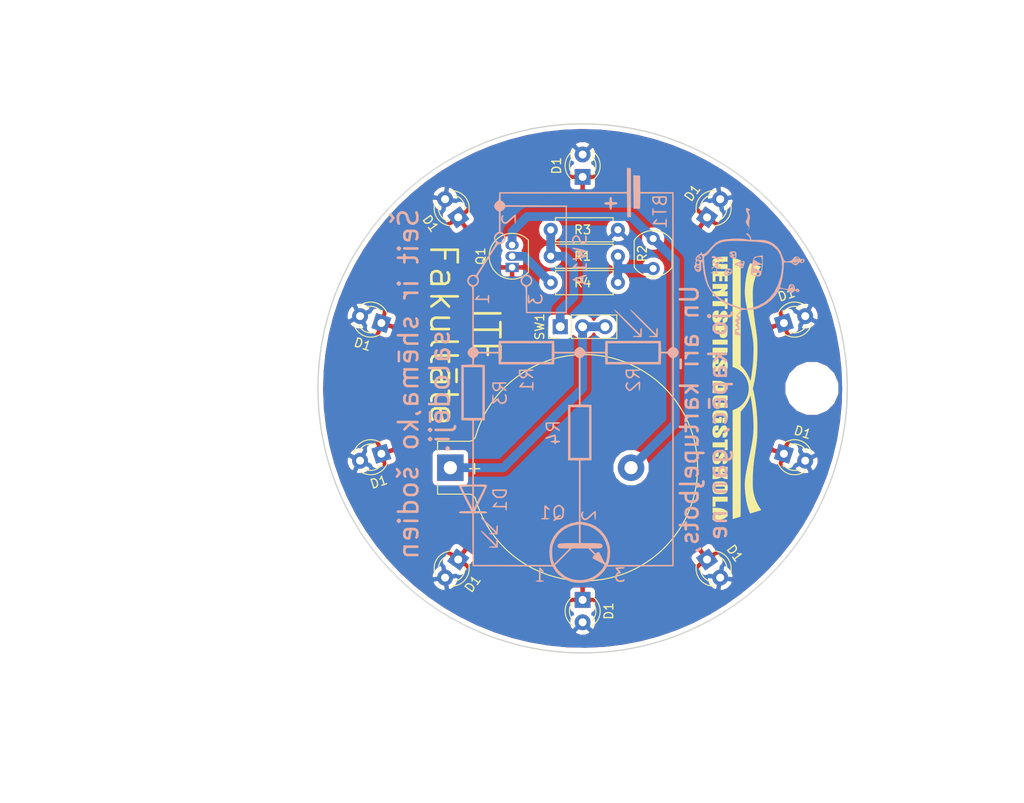
<source format=kicad_pcb>
(kicad_pcb (version 20171130) (host pcbnew "(5.0.0)")
  (layers (0 F.Cu signal) (31 B.Cu signal hide) (34 B.Paste user) (35 F.Paste user) (36 B.SilkS user) (37 F.SilkS user) (38 B.Mask user) (39 F.Mask user) (44 Edge.Cuts user))
  (net 0 "")
  (net 1 "Net-(BT1-Pad2)")
  (net 2 "Net-(BT1-Pad1)")
  (net 3 "Net-(D1-Pad2)")
  (net 4 "Net-(D1-Pad1)")
  (net 5 "Net-(Q1-Pad2)")
  (net 6 "Net-(R1-Pad2)")
  (net 7 "Net-(R1-Pad1)")
  (module LED_badge:schematic (layer B.Cu) (at 134.95 78.81 270)
    (fp_text reference G*** hide)
    (fp_text value LOGO hide)
  )
  (module Package_TO_SOT_THT:TO-92_Inline (layer F.Cu) (at 129 66.27 90)
    (fp_text reference Q1 (at 1.27 -3.56 90) (layer F.SilkS))
    (fp_text value Q_NPN_CBE)
    (pad 1 thru_hole rect (at 0 0 90) (size 1.05 1.5) (drill 0.75) (layers *.Cu *.Mask) (net 4 "Net-(D1-Pad1)"))
    (pad 3 thru_hole oval (at 2.54 0 90) (size 1.05 1.5) (drill 0.75) (layers *.Cu *.Mask) (net 1 "Net-(BT1-Pad2)"))
    (pad 2 thru_hole oval (at 1.27 0 90) (size 1.05 1.5) (drill 0.75) (layers *.Cu *.Mask) (net 5 "Net-(Q1-Pad2)"))
  )
  (module LED_badge:logo (layer F.Cu) (at 154.5 80 270)
    (fp_text reference G*** hide)
    (fp_text value LOGO hide)
  )
  (module LED_THT:LED_D3.0mm_FlatTop (layer F.Cu) (at 151.106846 60.583592 54)
    (fp_text reference D1 (at 1.27 -2.96 54) (layer F.SilkS))
    (fp_text value LED_array_10)
    (pad 2 thru_hole circle (at 2.54 0 54) (size 1.8 1.8) (drill 0.9) (layers *.Cu *.Mask) (net 3 "Net-(D1-Pad2)"))
    (pad 1 thru_hole rect (at 0 0 54) (size 1.8 1.8) (drill 0.9) (layers *.Cu *.Mask) (net 4 "Net-(D1-Pad1)"))
  )
  (module LED_THT:LED_D3.0mm_FlatTop (layer F.Cu) (at 159.825356 72.583592 18)
    (fp_text reference D1 (at 1.27 -2.96 18) (layer F.SilkS))
    (fp_text value LED_array_10)
    (pad 2 thru_hole circle (at 2.54 0 18) (size 1.8 1.8) (drill 0.9) (layers *.Cu *.Mask) (net 3 "Net-(D1-Pad2)"))
    (pad 1 thru_hole rect (at 0 0 18) (size 1.8 1.8) (drill 0.9) (layers *.Cu *.Mask) (net 4 "Net-(D1-Pad1)"))
  )
  (module LED_THT:LED_D3.0mm_FlatTop (layer F.Cu) (at 159.825356 87.416408 342)
    (fp_text reference D1 (at 1.27 -2.96 342) (layer F.SilkS))
    (fp_text value LED_array_10)
    (pad 2 thru_hole circle (at 2.54 0 342) (size 1.8 1.8) (drill 0.9) (layers *.Cu *.Mask) (net 3 "Net-(D1-Pad2)"))
    (pad 1 thru_hole rect (at 0 0 342) (size 1.8 1.8) (drill 0.9) (layers *.Cu *.Mask) (net 4 "Net-(D1-Pad1)"))
  )
  (module LED_THT:LED_D3.0mm_FlatTop (layer F.Cu) (at 151.106846 99.416408 306)
    (fp_text reference D1 (at 1.27 -2.96 306) (layer F.SilkS))
    (fp_text value LED_array_10)
    (pad 2 thru_hole circle (at 2.54 0 306) (size 1.8 1.8) (drill 0.9) (layers *.Cu *.Mask) (net 3 "Net-(D1-Pad2)"))
    (pad 1 thru_hole rect (at 0 0 306) (size 1.8 1.8) (drill 0.9) (layers *.Cu *.Mask) (net 4 "Net-(D1-Pad1)"))
  )
  (module LED_THT:LED_D3.0mm_FlatTop (layer F.Cu) (at 137 104 270)
    (fp_text reference D1 (at 1.27 -2.96 270) (layer F.SilkS))
    (fp_text value LED_array_10)
    (pad 2 thru_hole circle (at 2.54 0 270) (size 1.8 1.8) (drill 0.9) (layers *.Cu *.Mask) (net 3 "Net-(D1-Pad2)"))
    (pad 1 thru_hole rect (at 0 0 270) (size 1.8 1.8) (drill 0.9) (layers *.Cu *.Mask) (net 4 "Net-(D1-Pad1)"))
  )
  (module LED_THT:LED_D3.0mm_FlatTop (layer F.Cu) (at 122.893154 99.416408 234)
    (fp_text reference D1 (at 1.27 -2.96 234) (layer F.SilkS))
    (fp_text value LED_array_10)
    (pad 2 thru_hole circle (at 2.54 0 234) (size 1.8 1.8) (drill 0.9) (layers *.Cu *.Mask) (net 3 "Net-(D1-Pad2)"))
    (pad 1 thru_hole rect (at 0 0 234) (size 1.8 1.8) (drill 0.9) (layers *.Cu *.Mask) (net 4 "Net-(D1-Pad1)"))
  )
  (module LED_THT:LED_D3.0mm_FlatTop (layer F.Cu) (at 114.174644 87.416408 198)
    (fp_text reference D1 (at 1.27 -2.96 198) (layer F.SilkS))
    (fp_text value LED_array_10)
    (pad 2 thru_hole circle (at 2.54 0 198) (size 1.8 1.8) (drill 0.9) (layers *.Cu *.Mask) (net 3 "Net-(D1-Pad2)"))
    (pad 1 thru_hole rect (at 0 0 198) (size 1.8 1.8) (drill 0.9) (layers *.Cu *.Mask) (net 4 "Net-(D1-Pad1)"))
  )
  (module LED_THT:LED_D3.0mm_FlatTop (layer F.Cu) (at 114.174644 72.583592 162)
    (fp_text reference D1 (at 1.27 -2.96 162) (layer F.SilkS))
    (fp_text value LED_array_10)
    (pad 2 thru_hole circle (at 2.54 0 162) (size 1.8 1.8) (drill 0.9) (layers *.Cu *.Mask) (net 3 "Net-(D1-Pad2)"))
    (pad 1 thru_hole rect (at 0 0 162) (size 1.8 1.8) (drill 0.9) (layers *.Cu *.Mask) (net 4 "Net-(D1-Pad1)"))
  )
  (module LED_THT:LED_D3.0mm_FlatTop (layer F.Cu) (at 122.893154 60.583592 126)
    (fp_text reference D1 (at 1.27 -2.96 126) (layer F.SilkS))
    (fp_text value LED_array_10)
    (pad 2 thru_hole circle (at 2.54 0 126) (size 1.8 1.8) (drill 0.9) (layers *.Cu *.Mask) (net 3 "Net-(D1-Pad2)"))
    (pad 1 thru_hole rect (at 0 0 126) (size 1.8 1.8) (drill 0.9) (layers *.Cu *.Mask) (net 4 "Net-(D1-Pad1)"))
  )
  (module Battery:BatteryHolder_Keystone_104_1x23mm (layer F.Cu) (at 122 89)
    (fp_text reference BT1 hide)
    (fp_text value Battery_Cell)
    (fp_text user + (at 2.75 0) (layer F.SilkS) (effects (font (size 1.5 1.5))))
    (pad 2 thru_hole circle (at 20.49 0) (size 3 3) (drill 1.5) (layers *.Cu *.Mask) (net 1 "Net-(BT1-Pad2)"))
    (pad 1 thru_hole rect (at 0 0) (size 3 3) (drill 1.5) (layers *.Cu *.Mask) (net 2 "Net-(BT1-Pad1)"))
  )
  (module Resistor_THT:R_Axial_DIN0207_L6.3mm_D2.5mm_P7.62mm_Horizontal (layer F.Cu) (at 133.38 65)
    (fp_text reference R1 (at 3.62 0) (layer F.SilkS))
    (fp_text value 10K)
    (pad 1 thru_hole circle (at 0 0) (size 1.6 1.6) (drill 0.8) (layers *.Cu *.Mask) (net 7 "Net-(R1-Pad1)"))
    (pad 2 thru_hole oval (at 7.62 0) (size 1.6 1.6) (drill 0.8) (layers *.Cu *.Mask) (net 6 "Net-(R1-Pad2)"))
  )
  (module OptoDevice:R_LDR_5.1x4.3mm_P3.4mm_Vertical (layer F.Cu) (at 145 66.4 90)
    (fp_text reference R2 (at 1.7 -1.23 90) (layer F.SilkS))
    (fp_text value R_PHOTO)
    (pad 1 thru_hole circle (at 0 0 90) (size 1.5 1.5) (drill 0.8) (layers *.Cu *.Mask) (net 6 "Net-(R1-Pad2)"))
    (pad 2 thru_hole circle (at 3.4 0 90) (size 1.5 1.5) (drill 0.8) (layers *.Cu *.Mask) (net 1 "Net-(BT1-Pad2)"))
  )
  (module Resistor_THT:R_Axial_DIN0207_L6.3mm_D2.5mm_P7.62mm_Horizontal (layer F.Cu) (at 141 62 180)
    (fp_text reference R3 (at 4 0 180) (layer F.SilkS))
    (fp_text value 100ohm)
    (pad 2 thru_hole oval (at 7.62 0 180) (size 1.6 1.6) (drill 0.8) (layers *.Cu *.Mask) (net 7 "Net-(R1-Pad1)"))
    (pad 1 thru_hole circle (at 0 0 180) (size 1.6 1.6) (drill 0.8) (layers *.Cu *.Mask) (net 3 "Net-(D1-Pad2)"))
  )
  (module Resistor_THT:R_Axial_DIN0207_L6.3mm_D2.5mm_P7.62mm_Horizontal (layer F.Cu) (at 133.38 68)
    (fp_text reference R4 (at 3.62 0.02) (layer F.SilkS))
    (fp_text value 1K)
    (pad 1 thru_hole circle (at 0 0) (size 1.6 1.6) (drill 0.8) (layers *.Cu *.Mask) (net 5 "Net-(Q1-Pad2)"))
    (pad 2 thru_hole oval (at 7.62 0) (size 1.6 1.6) (drill 0.8) (layers *.Cu *.Mask) (net 6 "Net-(R1-Pad2)"))
  )
  (module LED_THT:LED_D3.0mm_FlatTop (layer F.Cu) (at 137 56 90)
    (fp_text reference D1 (at 1.27 -2.96 90) (layer F.SilkS))
    (fp_text value LED_array_10)
    (pad 1 thru_hole rect (at 0 0 90) (size 1.8 1.8) (drill 0.9) (layers *.Cu *.Mask) (net 4 "Net-(D1-Pad1)"))
    (pad 2 thru_hole circle (at 2.54 0 90) (size 1.8 1.8) (drill 0.9) (layers *.Cu *.Mask) (net 3 "Net-(D1-Pad2)"))
  )
  (module Connector_PinHeader_2.54mm:PinHeader_1x03_P2.54mm_Vertical (layer F.Cu) (at 134.46 73 90)
    (fp_text reference SW1 (at 0 -2.33 90) (layer F.SilkS))
    (fp_text value SW_DPDT_x2)
    (pad 1 thru_hole rect (at 0 0 90) (size 1.7 1.7) (drill 1) (layers *.Cu *.Mask) (net 7 "Net-(R1-Pad1)"))
    (pad 2 thru_hole oval (at 0 2.54 90) (size 1.7 1.7) (drill 1) (layers *.Cu *.Mask) (net 2 "Net-(BT1-Pad1)"))
    (pad 3 thru_hole oval (at 0 5.08 90) (size 1.7 1.7) (drill 1) (layers *.Cu *.Mask) (net 2 "Net-(BT1-Pad1)"))
  )
  (module MountingHole:MountingHole_5mm (layer F.Cu) (at 163 80)
    (fp_text reference REF** hide)
    (fp_text value MountingHole_5mm)
    (pad 1 np_thru_hole circle (at 0 0) (size 5 5) (drill 5) (layers *.Cu *.Mask))
  )
  (module LED_badge:robopotatoe (layer B.Cu) (at 156 66.8 270)
    (fp_text reference G*** hide)
    (fp_text value LOGO hide)
  )
  (gr_text "ITF\nFakultāte" (at 123.63 73.91 270) (layer F.SilkS) (effects (font (size 3 3) (thickness 0.3))))
  (gr_text "Un arī kartupeļbots,\n jo kapēc, gan ne" (at 150.73 83.51 90) (layer B.SilkS) (effects (font (size 2 2) (thickness 0.3)) (justify mirror)))
  (gr_text "Šeit ir shēma,ko šodien \nsalodēji." (at 119.02 80.36 90) (layer B.SilkS) (effects (font (size 2.2 2.2) (thickness 0.3)) (justify mirror)))
  (gr_circle (center 137 80) (end 167 79) (layer Edge.Cuts) (width 0.15))
  (segment (start 143.989999 87.500001) (end 142.49 89) (width 1) (layer B.Cu) (net 1))
  (segment (start 147.5 83.99) (end 143.989999 87.500001) (width 1) (layer B.Cu) (net 1))
  (segment (start 147.5 65.5) (end 147.5 83.99) (width 1) (layer B.Cu) (net 1))
  (segment (start 145 63) (end 147.5 65.5) (width 1) (layer B.Cu) (net 1))
  (segment (start 144.250001 62.250001) (end 145 63) (width 1) (layer B.Cu) (net 1))
  (segment (start 142.499999 60.499999) (end 144.250001 62.250001) (width 1) (layer B.Cu) (net 1))
  (segment (start 130.705001 60.499999) (end 142.499999 60.499999) (width 1) (layer B.Cu) (net 1))
  (segment (start 129 62.205) (end 130.705001 60.499999) (width 1) (layer B.Cu) (net 1))
  (segment (start 129 63.73) (end 129 62.205) (width 1) (layer B.Cu) (net 1))
  (segment (start 137 73) (end 139.54 73) (width 1) (layer B.Cu) (net 2))
  (segment (start 128 89) (end 122 89) (width 1) (layer B.Cu) (net 2))
  (segment (start 137 80) (end 128 89) (width 1) (layer B.Cu) (net 2))
  (segment (start 137 73) (end 137 80) (width 1) (layer B.Cu) (net 2))
  (segment (start 130.38 65) (end 133.38 68) (width 1) (layer B.Cu) (net 5))
  (segment (start 129 65) (end 130.38 65) (width 1) (layer B.Cu) (net 5))
  (segment (start 141.1 66.4) (end 141 66.5) (width 1) (layer B.Cu) (net 6))
  (segment (start 145 66.4) (end 141.1 66.4) (width 1) (layer B.Cu) (net 6))
  (segment (start 141 65) (end 141 66.5) (width 1) (layer B.Cu) (net 6))
  (segment (start 141 66.5) (end 141 68) (width 1) (layer B.Cu) (net 6))
  (segment (start 133.38 62) (end 133.38 65) (width 1) (layer B.Cu) (net 7))
  (segment (start 135 65) (end 133.38 65) (width 1) (layer B.Cu) (net 7))
  (segment (start 136 66) (end 135 65) (width 1) (layer B.Cu) (net 7))
  (segment (start 136 69.61) (end 136 66) (width 1) (layer B.Cu) (net 7))
  (segment (start 134.46 73) (end 134.46 71.15) (width 1) (layer B.Cu) (net 7))
  (segment (start 134.46 71.15) (end 136 69.61) (width 1) (layer B.Cu) (net 7))
  (zone (net 3) (net_name "Net-(D1-Pad2)") (layer B.Cu) (connect_pads (clearance 0.508)) (min_thickness 0.254) (fill yes (arc_segments 16) (thermal_gap 0.508) (thermal_bridge_width 0.508))
    (polygon (pts (xy 102 47.5) (xy 173.5 48) (xy 172.5 111) (xy 100.5 113)))
  )
  (zone (net 4) (net_name "Net-(D1-Pad1)") (layer F.Cu) (connect_pads (clearance 0.508)) (min_thickness 0.254) (fill yes (arc_segments 16) (thermal_gap 0.508) (thermal_bridge_width 0.508))
    (polygon (pts (xy 99 45.5) (xy 175.5 46.5) (xy 174.5 113) (xy 96.5 115)))
  )
)
</source>
